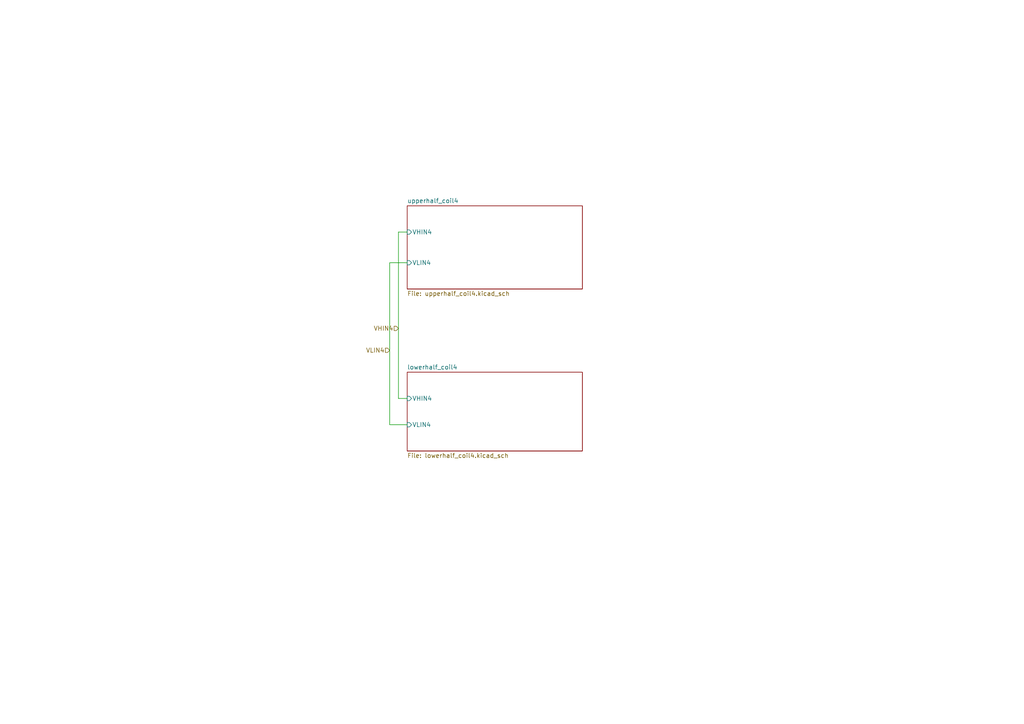
<source format=kicad_sch>
(kicad_sch
	(version 20231120)
	(generator "eeschema")
	(generator_version "8.0")
	(uuid "18c9947b-f2f5-403c-9c48-3253d2a2477c")
	(paper "A4")
	(lib_symbols)
	(wire
		(pts
			(xy 113.03 76.2) (xy 113.03 123.19)
		)
		(stroke
			(width 0)
			(type default)
		)
		(uuid "0aed360d-8bce-407e-869a-1fc72fe7c895")
	)
	(wire
		(pts
			(xy 118.11 76.2) (xy 113.03 76.2)
		)
		(stroke
			(width 0)
			(type default)
		)
		(uuid "479e8fe8-1aa1-443e-9fc0-5f7f4e2af82f")
	)
	(wire
		(pts
			(xy 113.03 123.19) (xy 118.11 123.19)
		)
		(stroke
			(width 0)
			(type default)
		)
		(uuid "4f70dec6-8e41-4db8-ac00-e52bccc5e701")
	)
	(wire
		(pts
			(xy 115.57 115.57) (xy 118.11 115.57)
		)
		(stroke
			(width 0)
			(type default)
		)
		(uuid "87f6b7b5-4115-40d8-bd5a-af9bfff9edfd")
	)
	(wire
		(pts
			(xy 118.11 67.31) (xy 115.57 67.31)
		)
		(stroke
			(width 0)
			(type default)
		)
		(uuid "adbcd592-024c-4d2e-b7fe-d844cc7dd8ec")
	)
	(wire
		(pts
			(xy 115.57 67.31) (xy 115.57 115.57)
		)
		(stroke
			(width 0)
			(type default)
		)
		(uuid "eef5c6fb-ff20-4239-83e3-51ff70e6d67e")
	)
	(hierarchical_label "VLIN4"
		(shape input)
		(at 113.03 101.6 180)
		(fields_autoplaced yes)
		(effects
			(font
				(size 1.27 1.27)
			)
			(justify right)
		)
		(uuid "10723339-572b-40ff-b3c7-321e84bf5a58")
	)
	(hierarchical_label "VHIN4"
		(shape input)
		(at 115.57 95.25 180)
		(fields_autoplaced yes)
		(effects
			(font
				(size 1.27 1.27)
			)
			(justify right)
		)
		(uuid "e2d41540-09d1-4e11-ba5a-5db30a5b728f")
	)
	(sheet
		(at 118.11 107.95)
		(size 50.8 22.86)
		(fields_autoplaced yes)
		(stroke
			(width 0.1524)
			(type solid)
		)
		(fill
			(color 0 0 0 0.0000)
		)
		(uuid "cf17f233-146b-4223-b09c-79edacdc7e67")
		(property "Sheetname" "lowerhalf_coil4"
			(at 118.11 107.2384 0)
			(effects
				(font
					(size 1.27 1.27)
				)
				(justify left bottom)
			)
		)
		(property "Sheetfile" "lowerhalf_coil4.kicad_sch"
			(at 118.11 131.3946 0)
			(effects
				(font
					(size 1.27 1.27)
				)
				(justify left top)
			)
		)
		(pin "VLIN4" input
			(at 118.11 123.19 180)
			(effects
				(font
					(size 1.27 1.27)
				)
				(justify left)
			)
			(uuid "e6082a50-2c6c-423d-879d-b8f9858f5523")
		)
		(pin "VHIN4" input
			(at 118.11 115.57 180)
			(effects
				(font
					(size 1.27 1.27)
				)
				(justify left)
			)
			(uuid "1b44433b-6f97-4521-8d40-d87abc942858")
		)
		(instances
			(project "simulatedpcb"
				(path "/edf94242-0cdc-4580-8fae-fd56a0fef1a3/42a2339c-41c5-4928-9deb-9cade6f0c631"
					(page "14")
				)
			)
		)
	)
	(sheet
		(at 118.11 59.69)
		(size 50.8 24.13)
		(fields_autoplaced yes)
		(stroke
			(width 0.1524)
			(type solid)
		)
		(fill
			(color 0 0 0 0.0000)
		)
		(uuid "d81779df-c179-4db1-b94c-88b4f9e61f5a")
		(property "Sheetname" "upperhalf_coil4"
			(at 118.11 58.9784 0)
			(effects
				(font
					(size 1.27 1.27)
				)
				(justify left bottom)
			)
		)
		(property "Sheetfile" "upperhalf_coil4.kicad_sch"
			(at 118.11 84.4046 0)
			(effects
				(font
					(size 1.27 1.27)
				)
				(justify left top)
			)
		)
		(pin "VHIN4" input
			(at 118.11 67.31 180)
			(effects
				(font
					(size 1.27 1.27)
				)
				(justify left)
			)
			(uuid "128cbe66-b2f4-43d4-93e9-b2f4d87a54bc")
		)
		(pin "VLIN4" input
			(at 118.11 76.2 180)
			(effects
				(font
					(size 1.27 1.27)
				)
				(justify left)
			)
			(uuid "923f9869-27f6-4a66-b49e-d30b91acf75d")
		)
		(instances
			(project "simulatedpcb"
				(path "/edf94242-0cdc-4580-8fae-fd56a0fef1a3/42a2339c-41c5-4928-9deb-9cade6f0c631"
					(page "13")
				)
			)
		)
	)
)

</source>
